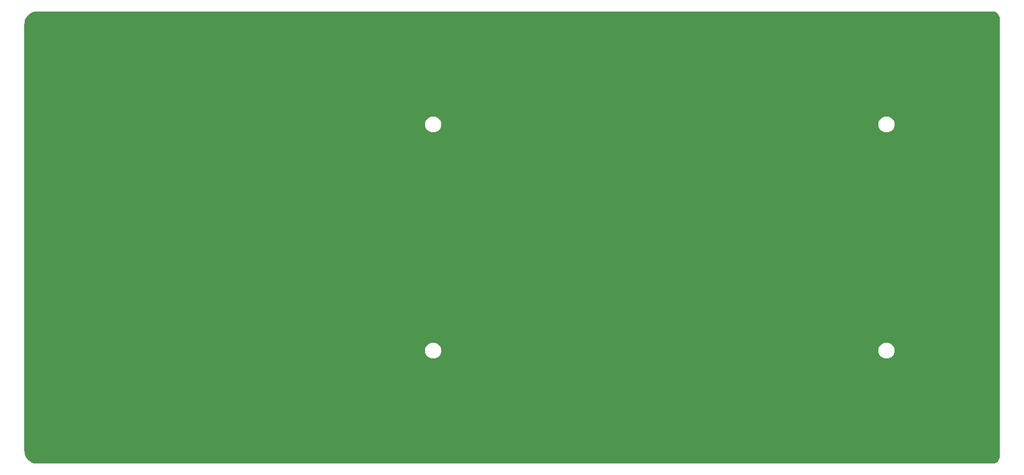
<source format=gbr>
%TF.GenerationSoftware,KiCad,Pcbnew,9.0.5-9.0.5~ubuntu24.04.1*%
%TF.CreationDate,2025-10-31T14:16:07+08:00*%
%TF.ProjectId,TPS,5450532e-6b69-4636-9164-5f7063625858,rev?*%
%TF.SameCoordinates,Original*%
%TF.FileFunction,Copper,L2,Bot*%
%TF.FilePolarity,Positive*%
%FSLAX46Y46*%
G04 Gerber Fmt 4.6, Leading zero omitted, Abs format (unit mm)*
G04 Created by KiCad (PCBNEW 9.0.5-9.0.5~ubuntu24.04.1) date 2025-10-31 14:16:07*
%MOMM*%
%LPD*%
G01*
G04 APERTURE LIST*
G04 APERTURE END LIST*
%TA.AperFunction,NonConductor*%
G36*
X201159853Y-29000881D02*
G01*
X201329775Y-29014255D01*
X201341512Y-29015748D01*
X201377338Y-29022065D01*
X201384669Y-29023590D01*
X201530653Y-29058638D01*
X201544084Y-29062680D01*
X201568981Y-29071742D01*
X201573997Y-29073693D01*
X201722329Y-29135134D01*
X201739656Y-29143962D01*
X201803965Y-29183371D01*
X201892874Y-29237855D01*
X201908607Y-29249285D01*
X202045263Y-29366000D01*
X202058999Y-29379736D01*
X202175712Y-29516390D01*
X202187144Y-29532125D01*
X202281034Y-29685339D01*
X202289868Y-29702677D01*
X202351303Y-29850997D01*
X202353263Y-29856036D01*
X202362312Y-29880896D01*
X202366365Y-29894362D01*
X202401399Y-30040288D01*
X202402941Y-30047702D01*
X202409245Y-30083452D01*
X202410747Y-30095256D01*
X202424118Y-30265146D01*
X202424500Y-30274875D01*
X202424500Y-103925124D01*
X202424118Y-103934853D01*
X202410747Y-104104742D01*
X202409245Y-104116546D01*
X202402941Y-104152296D01*
X202401399Y-104159710D01*
X202366365Y-104305636D01*
X202362312Y-104319102D01*
X202353263Y-104343962D01*
X202351303Y-104349001D01*
X202289870Y-104497316D01*
X202281036Y-104514654D01*
X202187140Y-104667878D01*
X202175704Y-104683619D01*
X202131511Y-104735363D01*
X202059004Y-104820257D01*
X202045257Y-104834004D01*
X201983689Y-104886589D01*
X201908619Y-104950704D01*
X201892878Y-104962140D01*
X201739654Y-105056036D01*
X201722316Y-105064870D01*
X201574001Y-105126303D01*
X201568962Y-105128263D01*
X201544102Y-105137312D01*
X201530636Y-105141365D01*
X201384710Y-105176399D01*
X201377296Y-105177941D01*
X201341546Y-105184245D01*
X201329742Y-105185747D01*
X201159854Y-105199118D01*
X201150125Y-105199500D01*
X40664751Y-105199500D01*
X40657264Y-105199274D01*
X40647971Y-105198711D01*
X40424946Y-105185220D01*
X40416249Y-105184385D01*
X40364902Y-105177625D01*
X40358735Y-105176655D01*
X40156778Y-105139645D01*
X40147038Y-105137451D01*
X40103594Y-105125811D01*
X40098795Y-105124421D01*
X39895401Y-105061040D01*
X39884840Y-105057216D01*
X39857071Y-105045714D01*
X39853632Y-105044229D01*
X39645681Y-104950639D01*
X39632422Y-104943680D01*
X39417960Y-104814033D01*
X39405637Y-104805527D01*
X39208363Y-104650972D01*
X39197155Y-104641042D01*
X39019957Y-104463844D01*
X39010027Y-104452636D01*
X38924886Y-104343962D01*
X38855468Y-104255356D01*
X38846970Y-104243045D01*
X38717318Y-104028575D01*
X38710359Y-104015316D01*
X38671737Y-103929500D01*
X38616757Y-103807340D01*
X38615284Y-103803927D01*
X38603782Y-103776158D01*
X38599958Y-103765597D01*
X38565760Y-103655852D01*
X38536569Y-103562176D01*
X38535187Y-103557404D01*
X38523547Y-103513960D01*
X38521353Y-103504220D01*
X38501773Y-103397376D01*
X38484339Y-103302239D01*
X38483377Y-103296126D01*
X38476611Y-103244729D01*
X38475779Y-103236068D01*
X38461726Y-103003736D01*
X38461500Y-102996249D01*
X38461500Y-86043713D01*
X105824500Y-86043713D01*
X105824500Y-86256286D01*
X105857753Y-86466239D01*
X105923444Y-86668414D01*
X106019951Y-86857820D01*
X106144890Y-87029786D01*
X106295213Y-87180109D01*
X106467179Y-87305048D01*
X106467181Y-87305049D01*
X106467184Y-87305051D01*
X106656588Y-87401557D01*
X106858757Y-87467246D01*
X107068713Y-87500500D01*
X107068714Y-87500500D01*
X107281286Y-87500500D01*
X107281287Y-87500500D01*
X107491243Y-87467246D01*
X107693412Y-87401557D01*
X107882816Y-87305051D01*
X107904789Y-87289086D01*
X108054786Y-87180109D01*
X108054788Y-87180106D01*
X108054792Y-87180104D01*
X108205104Y-87029792D01*
X108205106Y-87029788D01*
X108205109Y-87029786D01*
X108330048Y-86857820D01*
X108330047Y-86857820D01*
X108330051Y-86857816D01*
X108426557Y-86668412D01*
X108492246Y-86466243D01*
X108525500Y-86256287D01*
X108525500Y-86043713D01*
X182024500Y-86043713D01*
X182024500Y-86256286D01*
X182057753Y-86466239D01*
X182123444Y-86668414D01*
X182219951Y-86857820D01*
X182344890Y-87029786D01*
X182495213Y-87180109D01*
X182667179Y-87305048D01*
X182667181Y-87305049D01*
X182667184Y-87305051D01*
X182856588Y-87401557D01*
X183058757Y-87467246D01*
X183268713Y-87500500D01*
X183268714Y-87500500D01*
X183481286Y-87500500D01*
X183481287Y-87500500D01*
X183691243Y-87467246D01*
X183893412Y-87401557D01*
X184082816Y-87305051D01*
X184104789Y-87289086D01*
X184254786Y-87180109D01*
X184254788Y-87180106D01*
X184254792Y-87180104D01*
X184405104Y-87029792D01*
X184405106Y-87029788D01*
X184405109Y-87029786D01*
X184530048Y-86857820D01*
X184530047Y-86857820D01*
X184530051Y-86857816D01*
X184626557Y-86668412D01*
X184692246Y-86466243D01*
X184725500Y-86256287D01*
X184725500Y-86043713D01*
X184692246Y-85833757D01*
X184626557Y-85631588D01*
X184530051Y-85442184D01*
X184530049Y-85442181D01*
X184530048Y-85442179D01*
X184405109Y-85270213D01*
X184254786Y-85119890D01*
X184082820Y-84994951D01*
X183893414Y-84898444D01*
X183893413Y-84898443D01*
X183893412Y-84898443D01*
X183691243Y-84832754D01*
X183691241Y-84832753D01*
X183691240Y-84832753D01*
X183529957Y-84807208D01*
X183481287Y-84799500D01*
X183268713Y-84799500D01*
X183220042Y-84807208D01*
X183058760Y-84832753D01*
X182856585Y-84898444D01*
X182667179Y-84994951D01*
X182495213Y-85119890D01*
X182344890Y-85270213D01*
X182219951Y-85442179D01*
X182123444Y-85631585D01*
X182057753Y-85833760D01*
X182024500Y-86043713D01*
X108525500Y-86043713D01*
X108492246Y-85833757D01*
X108426557Y-85631588D01*
X108330051Y-85442184D01*
X108330049Y-85442181D01*
X108330048Y-85442179D01*
X108205109Y-85270213D01*
X108054786Y-85119890D01*
X107882820Y-84994951D01*
X107693414Y-84898444D01*
X107693413Y-84898443D01*
X107693412Y-84898443D01*
X107491243Y-84832754D01*
X107491241Y-84832753D01*
X107491240Y-84832753D01*
X107329957Y-84807208D01*
X107281287Y-84799500D01*
X107068713Y-84799500D01*
X107020042Y-84807208D01*
X106858760Y-84832753D01*
X106656585Y-84898444D01*
X106467179Y-84994951D01*
X106295213Y-85119890D01*
X106144890Y-85270213D01*
X106019951Y-85442179D01*
X105923444Y-85631585D01*
X105857753Y-85833760D01*
X105824500Y-86043713D01*
X38461500Y-86043713D01*
X38461500Y-47943713D01*
X105824500Y-47943713D01*
X105824500Y-48156286D01*
X105857753Y-48366239D01*
X105923444Y-48568414D01*
X106019951Y-48757820D01*
X106144890Y-48929786D01*
X106295213Y-49080109D01*
X106467179Y-49205048D01*
X106467181Y-49205049D01*
X106467184Y-49205051D01*
X106656588Y-49301557D01*
X106858757Y-49367246D01*
X107068713Y-49400500D01*
X107068714Y-49400500D01*
X107281286Y-49400500D01*
X107281287Y-49400500D01*
X107491243Y-49367246D01*
X107693412Y-49301557D01*
X107882816Y-49205051D01*
X107904789Y-49189086D01*
X108054786Y-49080109D01*
X108054788Y-49080106D01*
X108054792Y-49080104D01*
X108205104Y-48929792D01*
X108205106Y-48929788D01*
X108205109Y-48929786D01*
X108330048Y-48757820D01*
X108330047Y-48757820D01*
X108330051Y-48757816D01*
X108426557Y-48568412D01*
X108492246Y-48366243D01*
X108525500Y-48156287D01*
X108525500Y-47943713D01*
X182024500Y-47943713D01*
X182024500Y-48156286D01*
X182057753Y-48366239D01*
X182123444Y-48568414D01*
X182219951Y-48757820D01*
X182344890Y-48929786D01*
X182495213Y-49080109D01*
X182667179Y-49205048D01*
X182667181Y-49205049D01*
X182667184Y-49205051D01*
X182856588Y-49301557D01*
X183058757Y-49367246D01*
X183268713Y-49400500D01*
X183268714Y-49400500D01*
X183481286Y-49400500D01*
X183481287Y-49400500D01*
X183691243Y-49367246D01*
X183893412Y-49301557D01*
X184082816Y-49205051D01*
X184104789Y-49189086D01*
X184254786Y-49080109D01*
X184254788Y-49080106D01*
X184254792Y-49080104D01*
X184405104Y-48929792D01*
X184405106Y-48929788D01*
X184405109Y-48929786D01*
X184530048Y-48757820D01*
X184530047Y-48757820D01*
X184530051Y-48757816D01*
X184626557Y-48568412D01*
X184692246Y-48366243D01*
X184725500Y-48156287D01*
X184725500Y-47943713D01*
X184692246Y-47733757D01*
X184626557Y-47531588D01*
X184530051Y-47342184D01*
X184530049Y-47342181D01*
X184530048Y-47342179D01*
X184405109Y-47170213D01*
X184254786Y-47019890D01*
X184082820Y-46894951D01*
X183893414Y-46798444D01*
X183893413Y-46798443D01*
X183893412Y-46798443D01*
X183691243Y-46732754D01*
X183691241Y-46732753D01*
X183691240Y-46732753D01*
X183529957Y-46707208D01*
X183481287Y-46699500D01*
X183268713Y-46699500D01*
X183220042Y-46707208D01*
X183058760Y-46732753D01*
X182856585Y-46798444D01*
X182667179Y-46894951D01*
X182495213Y-47019890D01*
X182344890Y-47170213D01*
X182219951Y-47342179D01*
X182123444Y-47531585D01*
X182057753Y-47733760D01*
X182024500Y-47943713D01*
X108525500Y-47943713D01*
X108492246Y-47733757D01*
X108426557Y-47531588D01*
X108330051Y-47342184D01*
X108330049Y-47342181D01*
X108330048Y-47342179D01*
X108205109Y-47170213D01*
X108054786Y-47019890D01*
X107882820Y-46894951D01*
X107693414Y-46798444D01*
X107693413Y-46798443D01*
X107693412Y-46798443D01*
X107491243Y-46732754D01*
X107491241Y-46732753D01*
X107491240Y-46732753D01*
X107329957Y-46707208D01*
X107281287Y-46699500D01*
X107068713Y-46699500D01*
X107020042Y-46707208D01*
X106858760Y-46732753D01*
X106656585Y-46798444D01*
X106467179Y-46894951D01*
X106295213Y-47019890D01*
X106144890Y-47170213D01*
X106019951Y-47342179D01*
X105923444Y-47531585D01*
X105857753Y-47733760D01*
X105824500Y-47943713D01*
X38461500Y-47943713D01*
X38461500Y-31203750D01*
X38461726Y-31196263D01*
X38475780Y-30963925D01*
X38476610Y-30955275D01*
X38483379Y-30903861D01*
X38484337Y-30897772D01*
X38521355Y-30695769D01*
X38523547Y-30686038D01*
X38525453Y-30678923D01*
X38535195Y-30642564D01*
X38536560Y-30637850D01*
X38599965Y-30434379D01*
X38603777Y-30423853D01*
X38615307Y-30396017D01*
X38616736Y-30392707D01*
X38710367Y-30184666D01*
X38717312Y-30171433D01*
X38846975Y-29956946D01*
X38855462Y-29944650D01*
X39010034Y-29747354D01*
X39019949Y-29736163D01*
X39197163Y-29558949D01*
X39208354Y-29549034D01*
X39405650Y-29394462D01*
X39417946Y-29385975D01*
X39632433Y-29256312D01*
X39645666Y-29249367D01*
X39853707Y-29155736D01*
X39857017Y-29154307D01*
X39884853Y-29142777D01*
X39895379Y-29138965D01*
X40098850Y-29075560D01*
X40103564Y-29074195D01*
X40147038Y-29062547D01*
X40156769Y-29060355D01*
X40358772Y-29023337D01*
X40364861Y-29022379D01*
X40416275Y-29015610D01*
X40424925Y-29014780D01*
X40657264Y-29000726D01*
X40664751Y-29000500D01*
X201150126Y-29000500D01*
X201159853Y-29000881D01*
G37*
%TD.AperFunction*%
M02*

</source>
